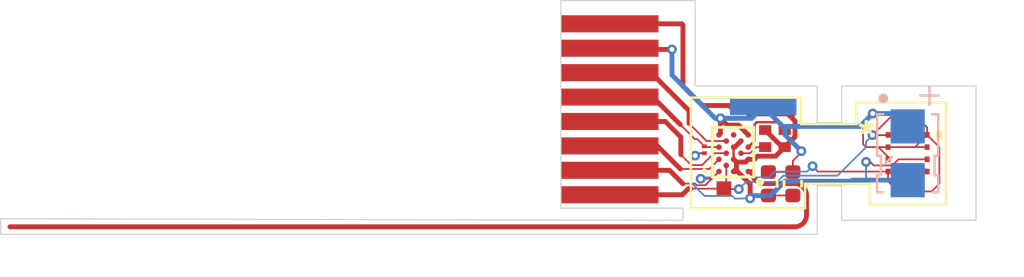
<source format=kicad_pcb>
(kicad_pcb (version 20241229) (generator "pcbnew") (generator_version "9.0")
  (layers (0 "F.Cu" signal) (2 "B.Cu" signal) (13 "F.Paste" user) (15 "B.Paste" user) (5 "F.SilkS" user "F.Silkscreen") (7 "B.SilkS" user "B.Silkscreen") (1 "F.Mask" user) (3 "B.Mask" user) (25 "Edge.Cuts" user))
  (net 0 "")
  (net 1 "/+VE")
  (net 2 "/GND")
  (net 3 "Net-(U1-XTAL32Mp)")
  (net 4 "Net-(J1-Pin_3)")
  (net 5 "Net-(U1-XTAL32Mm)")
  (net 6 "Net-(J1-Pin_2)")
  (net 7 "Net-(J1-Pin_4)")
  (net 8 "Net-(J1-Pin_5)")
  (net 9 "Net-(J1-Pin_6)")
  (net 10 "Net-(J1-Pin_1)")
  (net 11 "Net-(U1-RFIOp)")
  (footprint "LIS2DU12_Library_footprint:LGA-12L_LIS2DU12_STM-L" (layer "F.Cu") (at 144.1999 114.75)
    (property "Reference" "REF**" (hide yes))
    (property "Value" "LGA-12L_LIS2DU12_STM" (hide yes))
    (fp_poly (pts (xy 1.4097 -0.940501) (xy 1.4097 -0.559501) (xy 1.1557 -0.559501) (xy 1.1557 -0.940501)) (fill yes) (layer "F.SilkS") (net 6946862))
    (fp_text user "*" (at -1.6891 -0.75 0) (layer "F.SilkS"))
    (pad "1" smd rect (at -0.8001 -0.750001 90) (size 0.2286 0.2032) (layers "F.Cu" "F.Mask" "F.Paste") (net 10 "Net-(J1-Pin_1)"))
    (pad "2" smd rect (at -0.8001 -0.25 90) (size 0.2286 0.2032) (layers "F.Cu" "F.Mask" "F.Paste") (net 1 "/+VE"))
    (pad "3" smd rect (at -0.8001 0.25 90) (size 0.2286 0.2032) (layers "F.Cu" "F.Mask" "F.Paste") (net 1 "/+VE"))
    (pad "4" smd rect (at -0.8001 0.750001 90) (size 0.2286 0.2032) (layers "F.Cu" "F.Mask" "F.Paste") (net 6 "Net-(J1-Pin_2)"))
    (pad "5" smd rect (at -0.25 0.8001) (size 0.2286 0.2032) (layers "F.Cu" "F.Mask" "F.Paste"))
    (pad "6" smd rect (at 0.25 0.8001) (size 0.2286 0.2032) (layers "F.Cu" "F.Mask" "F.Paste") (net 2 "/GND"))
    (pad "7" smd rect (at 0.8001 0.750001 90) (size 0.2286 0.2032) (layers "F.Cu" "F.Mask" "F.Paste") (net 2 "/GND"))
    (pad "8" smd rect (at 0.8001 0.25 90) (size 0.2286 0.2032) (layers "F.Cu" "F.Mask" "B.Adhes" "F.Paste") (net 2 "/GND"))
    (pad "9" smd rect (at 0.8001 -0.25 90) (size 0.2286 0.2032) (layers "F.Cu" "F.Mask" "F.Paste") (net 1 "/+VE"))
    (pad "10" smd rect (at 0.8001 -0.750001 90) (size 0.2286 0.2032) (layers "F.Cu" "F.Mask" "F.Paste") (net 1 "/+VE"))
    (pad "11" smd rect (at 0.25 -0.8001) (size 0.2286 0.2032) (layers "F.Cu" "F.Mask" "F.Paste"))
    (pad "12" smd rect (at -0.25 -0.8001) (size 0.2286 0.2032) (layers "F.Cu" "F.Mask" "F.Paste"))
  )
  (footprint "Resistor_SMD:R_01005_0402Metric" (layer "F.Cu") (at 144.223063 116.314755)
    (property "Reference" "REF**" (hide yes))
    (property "Value" "R_01005_0402Metric" (hide yes))
    (pad "1" smd roundrect (at -0.25 0) (size 0.4 0.3) (layers "F.Cu" "F.Mask") (net 6 "Net-(J1-Pin_2)"))
    (pad "2" smd roundrect (at 0.25 0) (size 0.4 0.3) (layers "F.Cu" "F.Mask") (net 1 "/+VE"))
  )
  (footprint "Capacitor_SMD:C_0402_1005Metric" (layer "F.Cu") (at 138.5 116 -90)
    (property "Reference" "C1" (hide yes))
    (property "Value" "C" (hide yes))
    (fp_line (start -0.107836 0.36) (end 0.107836 0.36) (stroke (width 0.12)) (layer "F.SilkS") (net 6946862))
    (fp_line (start -0.107836 -0.36) (end 0.107836 -0.36) (stroke (width 0.12)) (layer "F.SilkS") (net 6946862))
    (pad "1" smd roundrect (at -0.48 0 270) (size 0.56 0.62) (layers "F.Cu" "F.Mask" "F.Paste") (net 1 "/+VE"))
    (pad "2" smd roundrect (at 0.48 0 270) (size 0.56 0.62) (layers "F.Cu" "F.Mask" "F.Paste") (net 2 "/GND"))
  )
  (footprint "Library:Crystal_SMD_Abracon_ABM13W-4Pin_1.2x1.0mm" (layer "F.Cu") (at 138.76742 114.149222)
    (property "Reference" "Y1" (hide yes))
    (property "Value" "Crystal_GND24" (hide yes))
    (pad "1" smd rect (at -0.4 0.35) (size 0.5 0.4) (layers "F.Cu" "F.Mask" "F.Paste") (net 3 "Net-(U1-XTAL32Mp)"))
    (pad "2" smd rect (at 0.4 0.35) (size 0.5 0.4) (layers "F.Cu" "F.Mask" "F.Paste") (net 2 "/GND"))
    (pad "3" smd rect (at 0.4 -0.35) (size 0.5 0.4) (layers "F.Cu" "F.Mask" "F.Paste") (net 5 "Net-(U1-XTAL32Mm)"))
    (pad "4" smd rect (at -0.4 -0.35) (size 0.5 0.4) (layers "F.Cu" "F.Mask" "F.Paste") (net 2 "/GND"))
  )
  (footprint "" (layer "F.Cu") (at 137.075 115.9 180)
    (property "Reference" "" (at 0 0 180) (layer "F.SilkS") (effects (font (size 1.27 1.27))))
    (property "Value" "")
    (pad "2" smd rect (at 0.4 -0.3 90) (size 0.6 0.6) (layers "F.Cu" "F.Mask" "F.Paste") (net 10 "Net-(J1-Pin_1)"))
  )
  (footprint "" (layer "F.Cu") (at 138.5 113)
    (property "Reference" "" (at 0 0 0) (layer "F.SilkS") (effects (font (size 1.27 1.27))))
    (property "Value" "")
    (pad "2" smd rect (at 0.1 -0.1 270) (size 0.675 2) (layers "F.Cu" "F.Mask" "F.Paste") (net 2 "/GND"))
  )
  (footprint "Resistor_SMD:R_01005_0402Metric" (layer "F.Cu") (at 144.245667 113.195834)
    (property "Reference" "REF**" (hide yes))
    (property "Value" "R_01005_0402Metric" (hide yes))
    (pad "1" smd roundrect (at -0.25 0) (size 0.4 0.3) (layers "F.Cu" "F.Mask") (net 10 "Net-(J1-Pin_1)"))
    (pad "2" smd roundrect (at 0.25 0) (size 0.4 0.3) (layers "F.Cu" "F.Mask") (net 1 "/+VE"))
  )
  (footprint "KPG-0402SURKKC:KPG-0402SURKKC-TT" (layer "F.Cu") (at 135.878494 114.608141 90)
    (property "Reference" "LED1" (hide yes))
    (property "Value" "LED1" (hide yes))
    (fp_circle (center -0.86 0) (end -0.81 0) (stroke (width 0.1)) (fill no) (layer "F.SilkS") (net 6946862))
    (pad "1" smd roundrect (at -0.14 0 90) (size 0.15 0.2) (layers "F.Cu" "F.Mask") (roundrect_rratio 0.06666666667) (net 2 "/GND"))
    (pad "2" smd roundrect (at 0.14 0 90) (size 0.15 0.2) (layers "F.Cu" "F.Mask") (roundrect_rratio 0.06666666667) (net 8 "Net-(J1-Pin_5)"))
  )
  (footprint "" (layer "F.Cu") (at 138.4 112.5875 180)
    (property "Reference" "" (at 0 0 180) (layer "F.SilkS") (effects (font (size 1.27 1.27))))
    (property "Value" "")
    (pad "2" smd rect (at 0.1125 -0.2625 90) (size 0.675 2.725) (layers "B.Cu" "B.Mask" "B.Paste") (net 1 "/+VE"))
  )
  (footprint "Capacitor_SMD:C_0402_1005Metric" (layer "F.Cu") (at 139.5 116 90)
    (property "Reference" "C1" (hide yes))
    (property "Value" "C" (hide yes))
    (fp_line (start -0.107836 -0.36) (end 0.107836 -0.36) (stroke (width 0.12)) (layer "F.SilkS") (net 6946862))
    (fp_line (start -0.107836 0.36) (end 0.107836 0.36) (stroke (width 0.12)) (layer "F.SilkS") (net 6946862))
    (pad "1" smd roundrect (at -0.48 0 90) (size 0.56 0.62) (layers "F.Cu" "F.Mask" "F.Paste") (net 2 "/GND"))
    (pad "2" smd roundrect (at 0.48 0 90) (size 0.56 0.62) (layers "F.Cu" "F.Mask" "F.Paste") (net 1 "/+VE"))
  )
  (footprint "Library:DA14531_17-ball_WLCSP" (layer "F.Cu") (at 137.053 114.705 180)
    (property "Reference" "U1" (hide yes))
    (property "Value" "DA14531_17-ball_WLCSP" (hide yes))
    (fp_line (start 0.8474 1.0161) (end 0.8474 -1.0161) (stroke (width 0.12)) (layer "F.SilkS") (net 6946862))
    (fp_line (start 0.8474 -1.0161) (end -0.8464 -1.0161) (stroke (width 0.12)) (layer "F.SilkS") (net 6946862))
    (fp_line (start -0.8464 1.0161) (end 0.8474 1.0161) (stroke (width 0.12)) (layer "F.SilkS") (net 6946862))
    (fp_line (start -0.8464 -1.0161) (end -0.8464 1.0161) (stroke (width 0.12)) (layer "F.SilkS") (net 6946862))
    (fp_circle (center -1.1004 -1.2193) (end -1.0242 -1.1431) (stroke (width 0.12)) (fill no) (layer "F.SilkS") (net 6946862))
    (pad "A1" smd circle (at -0.622 -0.795 180) (size 0.227 0.227) (layers "F.Cu" "F.Mask" "F.Paste") (net 11 "Net-(U1-RFIOp)"))
    (pad "A3" smd circle (at -0.022 -0.795 180) (size 0.227 0.227) (layers "F.Cu" "F.Mask" "F.Paste") (net 2 "/GND"))
    (pad "A5" smd circle (at 0.578 -0.795 180) (size 0.227 0.227) (layers "F.Cu" "F.Mask" "F.Paste") (net 6 "Net-(J1-Pin_2)"))
    (pad "B4" smd circle (at 0.278 -0.545 180) (size 0.227 0.227) (layers "F.Cu" "F.Mask" "F.Paste") (net 10 "Net-(J1-Pin_1)"))
    (pad "C1" smd circle (at -0.622 -0.295 180) (size 0.227 0.227) (layers "F.Cu" "F.Mask" "F.Paste") (net 2 "/GND"))
    (pad "C3" smd circle (at -0.022 -0.295 180) (size 0.227 0.227) (layers "F.Cu" "F.Mask" "F.Paste") (net 2 "/GND"))
    (pad "C5" smd circle (at 0.578 -0.295 180) (size 0.227 0.227) (layers "F.Cu" "F.Mask" "F.Paste") (net 4 "Net-(J1-Pin_3)"))
    (pad "D2" smd circle (at -0.322 -0.045 180) (size 0.227 0.227) (layers "F.Cu" "F.Mask" "F.Paste") (net 3 "Net-(U1-XTAL32Mp)"))
    (pad "D4" smd circle (at 0.278 -0.045 180) (size 0.227 0.227) (layers "F.Cu" "F.Mask" "F.Paste") (net 7 "Net-(J1-Pin_4)"))
    (pad "E1" smd circle (at -0.622 0.205 180) (size 0.227 0.227) (layers "F.Cu" "F.Mask" "F.Paste") (net 5 "Net-(U1-XTAL32Mm)"))
    (pad "E3" smd circle (at -0.022 0.205 180) (size 0.227 0.227) (layers "F.Cu" "F.Mask" "F.Paste") (net 2 "/GND"))
    (pad "E5" smd circle (at 0.578 0.205 180) (size 0.227 0.227) (layers "F.Cu" "F.Mask" "F.Paste") (net 8 "Net-(J1-Pin_5)"))
    (pad "F2" smd circle (at -0.322 0.455 180) (size 0.227 0.227) (layers "F.Cu" "F.Mask" "F.Paste") (net 2 "/GND"))
    (pad "F4" smd circle (at 0.278 0.455 180) (size 0.227 0.227) (layers "F.Cu" "F.Mask" "F.Paste") (net 9 "Net-(J1-Pin_6)"))
    (pad "G1" smd circle (at -0.622 0.705 180) (size 0.227 0.227) (layers "F.Cu" "F.Mask" "F.Paste") (net 1 "/+VE"))
    (pad "G3" smd circle (at -0.022 0.705 180) (size 0.227 0.227) (layers "F.Cu" "F.Mask" "F.Paste"))
    (pad "G5" smd circle (at 0.578 0.705 180) (size 0.227 0.227) (layers "F.Cu" "F.Mask" "F.Paste") (net 1 "/+VE"))
  )
  (footprint "Library:FPC_1x08_P1.00mm_plug_3mm" (layer "F.Cu") (at 134 112.95 180)
    (property "Reference" "J1" (hide yes))
    (property "Value" "Conn_01x08_Pin" (hide yes))
    (pad "1" connect rect (at 2 -3.5 180) (size 4 0.7) (layers "F.Cu" "F.Mask") (net 10 "Net-(J1-Pin_1)"))
    (pad "2" connect rect (at 2 -2.5 180) (size 4 0.7) (layers "F.Cu" "F.Mask") (net 6 "Net-(J1-Pin_2)"))
    (pad "3" connect rect (at 2 -1.5 180) (size 4 0.7) (layers "F.Cu" "F.Mask") (net 4 "Net-(J1-Pin_3)"))
    (pad "4" connect rect (at 2 -0.5 180) (size 4 0.7) (layers "F.Cu" "F.Mask") (net 7 "Net-(J1-Pin_4)"))
    (pad "5" connect rect (at 2 0.5 180) (size 4 0.7) (layers "F.Cu" "F.Mask") (net 8 "Net-(J1-Pin_5)"))
    (pad "6" connect rect (at 2 1.5 180) (size 4 0.7) (layers "F.Cu" "F.Mask") (net 9 "Net-(J1-Pin_6)"))
    (pad "7" connect rect (at 2 2.5 180) (size 4 0.7) (layers "F.Cu" "F.Mask") (net 1 "/+VE"))
    (pad "8" connect rect (at 2 3.5 180) (size 4 0.7) (layers "F.Cu" "F.Mask") (net 2 "/GND"))
  )
  (footprint "BeeTracking:CAPCP3225X100N_improved" (layer "B.Cu") (at 144.204268 114.751905 -90)
    (property "Reference" "REF**" (hide yes))
    (property "Value" "CAPCP3225X100N_improved")
    (fp_line (start -1.6 1.25) (end -1.6 1) (stroke (width 0.1)) (layer "B.SilkS"))
    (fp_line (start 0.1 1.25) (end -1.6 1.25) (stroke (width 0.1)) (layer "B.SilkS"))
    (fp_line (start 0.9 1.25) (end 0.9 1.1) (stroke (width 0.1)) (layer "B.SilkS"))
    (fp_line (start 1.6 1.25) (end 0.9 1.25) (stroke (width 0.1)) (layer "B.SilkS"))
    (fp_line (start 0.1 1.1) (end 0.1 1.25) (stroke (width 0.1)) (layer "B.SilkS"))
    (fp_line (start 0.9 1.1) (end 0.1 1.1) (stroke (width 0.1)) (layer "B.SilkS"))
    (fp_line (start 1.6 1) (end 1.6 1.25) (stroke (width 0.1)) (layer "B.SilkS"))
    (fp_line (start 0.45 0.95) (end 0.15 0.65) (stroke (width 0.1)) (layer "B.SilkS"))
    (fp_line (start 1.6 -1) (end 1.6 -1.25) (stroke (width 0.1)) (layer "B.SilkS"))
    (fp_line (start 0.1 -1.1) (end 0.1 -1.25) (stroke (width 0.1)) (layer "B.SilkS"))
    (fp_line (start 0.9 -1.1) (end 0.1 -1.1) (stroke (width 0.1)) (layer "B.SilkS"))
    (fp_line (start -1.6 -1.25) (end -1.6 -1) (stroke (width 0.1)) (layer "B.SilkS"))
    (fp_line (start 0.1 -1.25) (end -1.6 -1.25) (stroke (width 0.1)) (layer "B.SilkS"))
    (fp_line (start 0.9 -1.25) (end 0.9 -1.1) (stroke (width 0.1)) (layer "B.SilkS"))
    (fp_line (start 1.6 -1.25) (end 0.9 -1.25) (stroke (width 0.1)) (layer "B.SilkS"))
    (fp_circle (center -2.25 1) (end -2.15 1) (stroke (width 0.2)) (fill no) (layer "B.SilkS"))
    (fp_text user "+" (at -3.05 -1.4 90) (layer "B.SilkS") (effects (font (thickness 0.1)) (justify left bottom mirror)))
    (pad "1" smd rect (at -1.1 0 90) (size 1.4 1.4) (layers "B.Cu" "B.Mask" "B.Paste") (net 1 "/+VE"))
    (pad "2" smd rect (at 1.1 0 90) (size 1.4 1.4) (layers "B.Cu" "B.Mask" "B.Paste") (net 2 "/GND"))
  )
  (gr_arc (start 138.305223 115.987421) (mid 137.962521 115.844622) (end 137.822616 115.500729) (stroke (width 0.2)) (layer "F.Cu") (net 11))
  (gr_arc (start 139.579016 115.989634) (mid 139.921718 116.132433) (end 140.061623 116.476326) (stroke (width 0.2)) (layer "F.Cu") (net 11))
  (gr_arc (start 140.060827 117.279506) (mid 139.918028 117.622208) (end 139.574135 117.762113) (stroke (width 0.2)) (layer "F.Cu") (net 11))
  (gr_line (start 140.5 113.558312) (end 139.841072 113.558312) (stroke (width 0.1)) (layer "F.SilkS"))
  (gr_line (start 142.647178 116) (end 142 116) (stroke (width 0.1)) (layer "F.SilkS"))
  (gr_line (start 142 113.558312) (end 142.113276 113.558312) (stroke (width 0.1)) (layer "F.SilkS"))
  (gr_line (start 135.323352 117) (end 140 117) (stroke (width 0.1)) (layer "F.SilkS"))
  (gr_line (start 142 116) (end 140.5 116) (stroke (width 0.1)) (layer "F.SilkS"))
  (gr_line (start 141.515527 113.558312) (end 142 113.558312) (stroke (width 0.1)) (layer "F.SilkS"))
  (gr_line (start 139.841072 113.558312) (end 139.841072 112.473722) (stroke (width 0.1)) (layer "F.SilkS"))
  (gr_line (start 145.767472 112.67376) (end 145.767472 116.849062) (stroke (width 0.1)) (layer "F.SilkS"))
  (gr_line (start 142.113276 113.558312) (end 142.113276 112.67376) (stroke (width 0.1)) (layer "F.SilkS"))
  (gr_line (start 142.647178 116.849062) (end 142.647178 116) (stroke (width 0.1)) (layer "F.SilkS"))
  (gr_line (start 140 116) (end 140.5 116) (stroke (width 0.1)) (layer "F.SilkS"))
  (gr_line (start 142.113276 112.67376) (end 145.767472 112.67376) (stroke (width 0.1)) (layer "F.SilkS"))
  (gr_line (start 135.323352 112.473722) (end 135.323352 117) (stroke (width 0.1)) (layer "F.SilkS"))
  (gr_line (start 140 117) (end 140 116) (stroke (width 0.1)) (layer "F.SilkS"))
  (gr_line (start 139.841072 112.473722) (end 135.323352 112.473722) (stroke (width 0.1)) (layer "F.SilkS"))
  (gr_line (start 145.767472 116.849062) (end 142.647178 116.849062) (stroke (width 0.1)) (layer "F.SilkS"))
  (gr_line (start 140.5 113.558312) (end 141.515527 113.558312) (stroke (width 0.1)) (layer "F.SilkS"))
  (gr_line (start 141.5 117.5) (end 141.5 116.079636) (stroke (width 0.05)) (layer "Edge.Cuts"))
  (gr_line (start 138.94685 118.073093) (end 140.5 118.073093) (stroke (width 0.05)) (layer "Edge.Cuts"))
  (gr_line (start 107.05685 118.073093) (end 107.05685 117.433093) (stroke (width 0.05)) (layer "Edge.Cuts"))
  (gr_line (start 135.5 112) (end 140.5 112) (stroke (width 0.05)) (layer "Edge.Cuts"))
  (gr_line (start 140.5 113.5) (end 141.5 113.5) (stroke (width 0.05)) (layer "Edge.Cuts"))
  (gr_line (start 140.5 112) (end 140.5 113.5) (stroke (width 0.05)) (layer "Edge.Cuts"))
  (gr_line (start 140.5 116.079636) (end 140.5 117.5) (stroke (width 0.05)) (layer "Edge.Cuts"))
  (gr_line (start 147 117.5) (end 141.5 117.5) (stroke (width 0.05)) (layer "Edge.Cuts"))
  (gr_line (start 134.5 108.5) (end 135.5 108.5) (stroke (width 0.05)) (layer "Edge.Cuts"))
  (gr_line (start 130 108.5) (end 134.5 108.5) (stroke (width 0.05)) (layer "Edge.Cuts"))
  (gr_line (start 130 117) (end 135 117) (stroke (width 0.05)) (layer "Edge.Cuts"))
  (gr_line (start 141.5 116.079636) (end 140.5 116.079636) (stroke (width 0.05)) (layer "Edge.Cuts"))
  (gr_line (start 141.5 112) (end 147 112) (stroke (width 0.05)) (layer "Edge.Cuts"))
  (gr_line (start 135.5 108.5) (end 135.5 112) (stroke (width 0.05)) (layer "Edge.Cuts"))
  (gr_line (start 135 117) (end 135 117.5) (stroke (width 0.05)) (layer "Edge.Cuts"))
  (gr_line (start 140.5 118.073093) (end 140.5 117.5) (stroke (width 0.05)) (layer "Edge.Cuts"))
  (gr_line (start 141.5 113.5) (end 141.5 112) (stroke (width 0.05)) (layer "Edge.Cuts"))
  (gr_line (start 135 117.5) (end 107.05685 117.433093) (stroke (width 0.05)) (layer "Edge.Cuts"))
  (gr_line (start 147 112) (end 147 117.5) (stroke (width 0.05)) (layer "Edge.Cuts"))
  (gr_line (start 130 108.5) (end 130 117) (stroke (width 0.05)) (layer "Edge.Cuts"))
  (gr_line (start 138.94685 118.073093) (end 107.05685 118.073093) (stroke (width 0.05)) (layer "Edge.Cuts"))
  (segment (start 143.3998 114.8998) (end 143 114.5) (width 0.07) (layer "F.Cu") (net 1))
  (segment (start 136.534973 113.940027) (end 136.475 114) (width 0.2) (layer "F.Cu") (net 1))
  (segment (start 134.55 110.5) (end 131.5 110.5) (width 0.2) (layer "F.Cu") (net 1))
  (segment (start 145 113.700167) (end 144.495667 113.195834) (width 0.07) (layer "F.Cu") (net 1))
  (segment (start 137.275 113.6) (end 136.814761 113.6) (width 0.2) (layer "F.Cu") (net 1))
  (segment (start 142.5 114.5) (end 143 114.5) (width 0.07) (layer "F.Cu") (net 1))
  (segment (start 143.3998 115) (end 143.3998 114.8998) (width 0.07) (layer "F.Cu") (net 1))
  (segment (start 144.473063 116.314755) (end 145.185245 116.314755) (width 0.07) (layer "F.Cu") (net 1))
  (segment (start 139.5 115.52) (end 139.5 115.061596) (width 0.07) (layer "F.Cu") (net 1))
  (segment (start 142.5 114.5) (end 142.378427 114.378427) (width 0.07) (layer "F.Cu") (net 1))
  (segment (start 139.5 115.52) (end 138.5 115.52) (width 0.07) (layer "F.Cu") (net 1))
  (segment (start 145 114.5) (end 144.5 114.5) (width 0.07) (layer "F.Cu") (net 1))
  (segment (start 144.5 114.5) (end 143.3998 114.5) (width 0.07) (layer "F.Cu") (net 1))
  (segment (start 142.378427 113.520712) (end 142.774695 113.124444) (width 0.07) (layer "F.Cu") (net 1))
  (segment (start 145 113.999999) (end 144.5 114.5) (width 0.07) (layer "F.Cu") (net 1))
  (segment (start 136.534973 113.320212) (end 136.534973 113.940027) (width 0.2) (layer "F.Cu") (net 1))
  (segment (start 139.846469 114.665531) (end 139.846469 114.715127) (width 0.07) (layer "F.Cu") (net 1))
  (segment (start 137.675 114) (end 137.275 113.6) (width 0.2) (layer "F.Cu") (net 1))
  (segment (start 136.814761 113.6) (end 136.534973 113.320212) (width 0.2) (layer "F.Cu") (net 1))
  (segment (start 145 113.999999) (end 145 113.700167) (width 0.07) (layer "F.Cu") (net 1))
  (segment (start 143 114.5) (end 143.3998 114.5) (width 0.07) (layer "F.Cu") (net 1))
  (segment (start 145.5 116) (end 145.5 114.5) (width 0.07) (layer "F.Cu") (net 1))
  (segment (start 145.5 114.5) (end 145 113.999999) (width 0.07) (layer "F.Cu") (net 1))
  (segment (start 145.185245 116.314755) (end 145.5 116) (width 0.07) (layer "F.Cu") (net 1))
  (segment (start 139.846469 114.715127) (end 139.5 115.061596) (width 0.07) (layer "F.Cu") (net 1))
  (segment (start 142.378427 114.378427) (end 142.378427 113.520712) (width 0.07) (layer "F.Cu") (net 1))
  (via (at 142.774695 113.124444) (size 0.4) (drill 0.2) (layers "F.Cu" "B.Cu") (net 1))
  (via (at 139.846469 114.665531) (size 0.4) (drill 0.2) (layers "F.Cu" "B.Cu") (net 1))
  (via (at 134.55 110.5) (size 0.4) (drill 0.2) (layers "F.Cu" "B.Cu") (net 1))
  (via (at 136.534973 113.320212) (size 0.4) (drill 0.2) (layers "F.Cu" "B.Cu") (net 1))
  (segment (start 139.180938 114) (end 139.846469 114.665531) (width 0.2) (layer "B.Cu") (net 1))
  (segment (start 142.247234 113.651905) (end 139.089405 113.651905) (width 0.2) (layer "B.Cu") (net 1))
  (segment (start 142.774695 113.124444) (end 143.676807 113.124444) (width 0.2) (layer "B.Cu") (net 1))
  (segment (start 142.774695 113.124444) (end 142.247234 113.651905) (width 0.2) (layer "B.Cu") (net 1))
  (segment (start 139.180938 114) (end 139.180938 113.743438) (width 0.2) (layer "B.Cu") (net 1))
  (segment (start 136.534973 113.320212) (end 137.817288 113.320212) (width 0.2) (layer "B.Cu") (net 1))
  (segment (start 134.55 110.5) (end 134.55 111.55) (width 0.2) (layer "B.Cu") (net 1))
  (segment (start 139.180938 113.743438) (end 139.089405 113.651905) (width 0.2) (layer "B.Cu") (net 1))
  (segment (start 143.676807 113.124444) (end 144.204268 113.651905) (width 0.2) (layer "B.Cu") (net 1))
  (segment (start 138.2875 112.85) (end 139.089405 113.651905) (width 0.2) (layer "B.Cu") (net 1))
  (segment (start 136.534973 113.320212) (end 136.320212 113.320212) (width 0.2) (layer "B.Cu") (net 1))
  (segment (start 136.320212 113.320212) (end 134.55 111.55) (width 0.2) (layer "B.Cu") (net 1))
  (segment (start 137.817288 113.320212) (end 138.2875 112.85) (width 0.2) (layer "B.Cu") (net 1))
  (segment (start 137.1885 115.1135) (end 137.1885 115.3865) (width 0.2) (layer "F.Cu") (net 2))
  (segment (start 139.5 116.48) (end 139.5 116.5) (width 0.07) (layer "F.Cu") (net 2))
  (segment (start 138.6 112.9) (end 139.4 112.9) (width 0.2) (layer "F.Cu") (net 2))
  (segment (start 142.5 115.104588) (end 142.668278 115.104588) (width 0.07) (layer "F.Cu") (net 2))
  (segment (start 144.148208 115.248408) (end 143.577104 115.248408) (width 0.07) (layer "F.Cu") (net 2))
  (segment (start 137.753005 116.599061) (end 137.872066 116.48) (width 0.07) (layer "F.Cu") (net 2))
  (segment (start 142.668278 115.104588) (end 142.813723 115.250033) (width 0.07) (layer "F.Cu") (net 2))
  (segment (start 139.16742 114.499222) (end 139.06742 114.499222) (width 0.2) (layer "F.Cu") (net 2))
  (segment (start 137.235513 115.5) (end 137.753005 116.017492) (width 0.2) (layer "F.Cu") (net 2))
  (segment (start 136.994955 112.9) (end 138.6 112.9) (width 0.2) (layer "F.Cu") (net 2))
  (segment (start 137.925 115) (end 138.053019 114.871981) (width 0.2) (layer "F.Cu") (net 2))
  (segment (start 143.249967 115.250033) (end 143.251592 115.248408) (width 0.07) (layer "F.Cu") (net 2))
  (segment (start 137.125 114.5) (end 137.375 114.25) (width 0.2) (layer "F.Cu") (net 2))
  (segment (start 132 109.45) (end 134.95 109.45) (width 0.2) (layer "F.Cu") (net 2))
  (segment (start 137.5615 115.1135) (end 137.675 115) (width 0.2) (layer "F.Cu") (net 2))
  (segment (start 137.075 115) (end 137.075 114.5) (width 0.1) (layer "F.Cu") (net 2))
  (segment (start 134.95 109.45) (end 135 109.5) (width 0.2) (layer "F.Cu") (net 2))
  (segment (start 137.1885 115.3865) (end 137.075 115.5) (width 0.2) (layer "F.Cu") (net 2))
  (segment (start 143.825512 115) (end 143.577104 115.248408) (width 0.07) (layer "F.Cu") (net 2))
  (segment (start 135 109.5) (end 135 112) (width 0.2) (layer "F.Cu") (net 2))
  (segment (start 135 112) (end 135.795576 112.795576) (width 0.2) (layer "F.Cu") (net 2))
  (segment (start 139.16742 114.499222) (end 139.58842 114.078222) (width 0.2) (layer "F.Cu") (net 2))
  (segment (start 139.58842 113.428222) (end 139.060198 112.9) (width 0.2) (layer "F.Cu") (net 2))
  (segment (start 139.5 116.48) (end 138.5 116.48) (width 0.07) (layer "F.Cu") (net 2))
  (segment (start 137.075 115) (end 137.1885 115.1135) (width 0.2) (layer "F.Cu") (net 2))
  (segment (start 145 115.500001) (end 144.748408 115.248408) (width 0.07) (layer "F.Cu") (net 2))
  (segment (start 139.060198 112.9) (end 138.6 112.9) (width 0.2) (layer "F.Cu") (net 2))
  (segment (start 137.753005 116.017492) (end 137.753005 116.599061) (width 0.2) (layer "F.Cu") (net 2))
  (segment (start 137.872066 116.48) (end 138.5 116.48) (width 0.07) (layer "F.Cu") (net 2))
  (segment (start 137.1885 115.1135) (end 137.5615 115.1135) (width 0.2) (layer "F.Cu") (net 2))
  (segment (start 144.4499 115.5501) (end 144.148208 115.248408) (width 0.07) (layer "F.Cu") (net 2))
  (segment (start 135.878494 114.748141) (end 135.601859 114.748141) (width 0.07) (layer "F.Cu") (net 2))
  (segment (start 145 115) (end 143.825512 115) (width 0.07) (layer "F.Cu") (net 2))
  (segment (start 138.6 112.9) (end 139.4165 112.9) (width 0.07) (layer "F.Cu") (net 2))
  (segment (start 136.890531 112.795576) (end 136.994955 112.9) (width 0.2) (layer "F.Cu") (net 2))
  (segment (start 139.58842 114.078222) (end 139.58842 113.428222) (width 0.2) (layer "F.Cu") (net 2))
  (segment (start 143.251592 115.248408) (end 143.577104 115.248408) (width 0.07) (layer "F.Cu") (net 2))
  (segment (start 142.813723 115.250033) (end 143.249967 115.250033) (width 0.07) (layer "F.Cu") (net 2))
  (segment (start 137.675 115) (end 137.925 115) (width 0.2) (layer "F.Cu") (net 2))
  (segment (start 135.601859 114.748141) (end 135.5 114.85) (width 0.07) (layer "F.Cu") (net 2))
  (segment (start 144.748408 115.248408) (end 144.148208 115.248408) (width 0.07) (layer "F.Cu") (net 2))
  (segment (start 139.06742 114.499222) (end 138.36742 113.799222) (width 0.2) (layer "F.Cu") (net 2))
  (segment (start 137.075 114.5) (end 137.125 114.5) (width 0.2) (layer "F.Cu") (net 2))
  (segment (start 138.794661 114.871981) (end 139.16742 114.499222) (width 0.2) (layer "F.Cu") (net 2))
  (segment (start 137.075 115.5) (end 137.235513 115.5) (width 0.2) (layer "F.Cu") (net 2))
  (segment (start 135.795576 112.795576) (end 136.890531 112.795576) (width 0.2) (layer "F.Cu") (net 2))
  (segment (start 138.053019 114.871981) (end 138.794661 114.871981) (width 0.2) (layer "F.Cu") (net 2))
  (via (at 142.5 115.104588) (size 0.4) (drill 0.2) (layers "F.Cu" "B.Cu") (net 2))
  (via (at 135.5 114.85) (size 0.4) (drill 0.2) (layers "F.Cu" "B.Cu") (net 2))
  (via (at 137.753005 116.599061) (size 0.4) (drill 0.2) (layers "F.Cu" "B.Cu") (net 2))
  (segment (start 137.454178 116.599061) (end 137.44734 116.605899) (width 0.07) (layer "B.Cu") (net 2))
  (segment (start 135.338656 115.011344) (end 135.5 114.85) (width 0.07) (layer "B.Cu") (net 2))
  (segment (start 138.584629 116.486084) (end 139.171713 115.899) (width 0.2) (layer "B.Cu") (net 2))
  (segment (start 135.882597 116.5) (end 135.338656 115.956059) (width 0.07) (layer "B.Cu") (net 2))
  (segment (start 137.865982 116.486084) (end 137.753005 116.599061) (width 0.2) (layer "B.Cu") (net 2))
  (segment (start 139.171713 115.899) (end 141.899 115.899) (width 0.2) (layer "B.Cu") (net 2))
  (segment (start 137.021667 116.5) (end 135.882597 116.5) (width 0.07) (layer "B.Cu") (net 2))
  (segment (start 142.5 115.851905) (end 144.204268 115.851905) (width 0.2) (layer "B.Cu") (net 2))
  (segment (start 137.127566 116.605899) (end 137.021667 116.5) (width 0.07) (layer "B.Cu") (net 2))
  (segment (start 137.44734 116.605899) (end 137.127566 116.605899) (width 0.07) (layer "B.Cu") (net 2))
  (segment (start 141.899 115.899) (end 141.946095 115.851905) (width 0.2) (layer "B.Cu") (net 2))
  (segment (start 142.5 115.851905) (end 142.5 115.104588) (width 0.07) (layer "B.Cu") (net 2))
  (segment (start 138.584629 116.486084) (end 137.865982 116.486084) (width 0.2) (layer "B.Cu") (net 2))
  (segment (start 137.753005 116.599061) (end 137.454178 116.599061) (width 0.07) (layer "B.Cu") (net 2))
  (segment (start 141.946095 115.851905) (end 142.5 115.851905) (width 0.2) (layer "B.Cu") (net 2))
  (segment (start 135.338656 115.956059) (end 135.338656 115.011344) (width 0.07) (layer "B.Cu") (net 2))
  (segment (start 137.375 114.75) (end 137.75 114.75) (width 0.07) (layer "F.Cu") (net 3))
  (segment (start 137.75 114.75) (end 138.000778 114.499222) (width 0.07) (layer "F.Cu") (net 3))
  (segment (start 138.000778 114.499222) (end 138.36742 114.499222) (width 0.07) (layer "F.Cu") (net 3))
  (segment (start 133.95 114.45) (end 134.89565 115.39565) (width 0.2) (layer "F.Cu") (net 4))
  (segment (start 132 114.45) (end 133.95 114.45) (width 0.2) (layer "F.Cu") (net 4))
  (segment (start 136.07935 115.39565) (end 134.89565 115.39565) (width 0.07) (layer "F.Cu") (net 4))
  (segment (start 136.475 115) (end 136.07935 115.39565) (width 0.07) (layer "F.Cu") (net 4))
  (segment (start 138.021 113.479) (end 138.979 113.479) (width 0.1) (layer "F.Cu") (net 5))
  (segment (start 137.675 114.5) (end 137.932124 114.242876) (width 0.1) (layer "F.Cu") (net 5))
  (segment (start 138.979 113.479) (end 139.3 113.8) (width 0.1) (layer "F.Cu") (net 5))
  (segment (start 137.932124 113.567876) (end 138.021 113.479) (width 0.1) (layer "F.Cu") (net 5))
  (segment (start 137.932124 114.242876) (end 137.932124 113.567876) (width 0.1) (layer "F.Cu") (net 5))
  (segment (start 143.3998 115.500001) (end 140.530174 115.500001) (width 0.07) (layer "F.Cu") (net 6))
  (segment (start 143.973063 116.314755) (end 143.814755 116.314755) (width 0.07) (layer "F.Cu") (net 6))
  (segment (start 135.494 115.994) (end 135.559 116.059) (width 0.07) (layer "F.Cu") (net 6))
  (segment (start 135.006 115.994) (end 135.494 115.994) (width 0.07) (layer "F.Cu") (net 6))
  (segment (start 134.45 115.45) (end 132 115.45) (width 0.2) (layer "F.Cu") (net 6))
  (segment (start 140.530174 115.500001) (end 140.309284 115.279111) (width 0.07) (layer "F.Cu") (net 6))
  (segment (start 143.3998 115.8998) (end 143.3998 115.500001) (width 0.07) (layer "F.Cu") (net 6))
  (segment (start 136.178828 115.796172) (end 135.724656 115.796172) (width 0.07) (layer "F.Cu") (net 6))
  (segment (start 135 116) (end 135.006 115.994) (width 0.07) (layer "F.Cu") (net 6))
  (segment (start 135.916 116.059) (end 136.475 115.5) (width 0.07) (layer "F.Cu") (net 6))
  (segment (start 135.559 116.059) (end 135.916 116.059) (width 0.07) (layer "F.Cu") (net 6))
  (segment (start 143.814755 116.314755) (end 143.3998 115.8998) (width 0.07) (layer "F.Cu") (net 6))
  (segment (start 135 116) (end 134.45 115.45) (width 0.2) (layer "F.Cu") (net 6))
  (segment (start 136.475 115.5) (end 136.178828 115.796172) (width 0.07) (layer "F.Cu") (net 6))
  (via (at 140.309284 115.279111) (size 0.4) (drill 0.2) (layers "F.Cu" "B.Cu") (net 6))
  (via (at 135.724656 115.796172) (size 0.4) (drill 0.2) (layers "F.Cu" "B.Cu") (net 6))
  (segment (start 135.724656 115.796172) (end 135.781061 115.739767) (width 0.07) (layer "B.Cu") (net 6))
  (segment (start 138.739768 115.513654) (end 138.739768 115.5) (width 0.07) (layer "B.Cu") (net 6))
  (segment (start 138.513655 115.739767) (end 138.739768 115.513654) (width 0.07) (layer "B.Cu") (net 6))
  (segment (start 135.781061 115.739767) (end 138.513655 115.739767) (width 0.07) (layer "B.Cu") (net 6))
  (segment (start 140.088395 115.5) (end 140.309284 115.279111) (width 0.07) (layer "B.Cu") (net 6))
  (segment (start 138.739768 115.5) (end 140.088395 115.5) (width 0.07) (layer "B.Cu") (net 6))
  (segment (start 135.784887 115.236) (end 135.340113 115.236) (width 0.07) (layer "F.Cu") (net 7))
  (segment (start 136.7435 114.7815) (end 136.775 114.75) (width 0.07) (layer "F.Cu") (net 7))
  (segment (start 136.270887 114.75) (end 135.802887 115.218) (width 0.07) (layer "F.Cu") (net 7))
  (segment (start 134.912798 114.808685) (end 134.912798 114.087202) (width 0.2) (layer "F.Cu") (net 7))
  (segment (start 135.802887 115.218) (end 135.784887 115.236) (width 0.07) (layer "F.Cu") (net 7))
  (segment (start 136.775 114.75) (end 136.297738 114.75) (width 0.07) (layer "F.Cu") (net 7))
  (segment (start 135.340113 115.236) (end 134.912798 114.808685) (width 0.07) (layer "F.Cu") (net 7))
  (segment (start 134.275596 113.45) (end 132 113.45) (width 0.2) (layer "F.Cu") (net 7))
  (segment (start 134.912798 114.087202) (end 134.275596 113.45) (width 0.2) (layer "F.Cu") (net 7))
  (segment (start 136.297738 114.75) (end 136.270887 114.75) (width 0.07) (layer "F.Cu") (net 7))
  (segment (start 133.766152 112.45) (end 132 112.45) (width 0.2) (layer "F.Cu") (net 8))
  (segment (start 134.892696 113.576544) (end 135.485152 114.169) (width 0.07) (layer "F.Cu") (net 8))
  (segment (start 134.892696 113.576544) (end 133.766152 112.45) (width 0.2) (layer "F.Cu") (net 8))
  (segment (start 135.579353 114.169) (end 135.878494 114.468141) (width 0.07) (layer "F.Cu") (net 8))
  (segment (start 135.485152 114.169) (end 135.579353 114.169) (width 0.07) (layer "F.Cu") (net 8))
  (segment (start 135.962912 114.5) (end 136.475 114.5) (width 0.07) (layer "F.Cu") (net 8))
  (segment (start 135.808933 114.090138) (end 135.248706 113.529911) (width 0.07) (layer "F.Cu") (net 9))
  (segment (start 135.808933 114.092435) (end 135.808933 114.090138) (width 0.07) (layer "F.Cu") (net 9))
  (segment (start 135.966498 114.25) (end 135.808933 114.092435) (width 0.07) (layer "F.Cu") (net 9))
  (segment (start 135.248706 113.529911) (end 135.248706 113.006706) (width 0.2) (layer "F.Cu") (net 9))
  (segment (start 136.775 114.25) (end 135.966498 114.25) (width 0.07) (layer "F.Cu") (net 9))
  (segment (start 135.248706 113.006706) (end 133.692 111.45) (width 0.2) (layer "F.Cu") (net 9))
  (segment (start 133.692 111.45) (end 132 111.45) (width 0.2) (layer "F.Cu") (net 9))
  (segment (start 142.764427 114.010614) (end 143.389185 114.010614) (width 0.07) (layer "F.Cu") (net 10))
  (segment (start 142.764427 114.010614) (end 143.579207 113.195834) (width 0.07) (layer "F.Cu") (net 10))
  (segment (start 134.95 116.45) (end 132 116.45) (width 0.2) (layer "F.Cu") (net 10))
  (segment (start 143.389185 114.010614) (end 143.3998 113.999999) (width 0.07) (layer "F.Cu") (net 10))
  (segment (start 136.775 115.25) (end 136.775 116) (width 0.07) (layer "F.Cu") (net 10))
  (segment (start 136.694899 116.219899) (end 136.675 116.2) (width 0.07) (layer "F.Cu") (net 10))
  (segment (start 135.225 116.2) (end 134.975 116.45) (width 0.2) (layer "F.Cu") (net 10))
  (segment (start 143.579207 113.195834) (end 143.995667 113.195834) (width 0.07) (layer "F.Cu") (net 10))
  (segment (start 135.325 116.2) (end 135.225 116.2) (width 0.2) (layer "F.Cu") (net 10))
  (segment (start 136.775 116) (end 136.675 116.1) (width 0.07) (layer "F.Cu") (net 10))
  (segment (start 135.325 116.2) (end 136.675 116.2) (width 0.07) (layer "F.Cu") (net 10))
  (segment (start 137.287453 116.219899) (end 136.694899 116.219899) (width 0.07) (layer "F.Cu") (net 10))
  (segment (start 132.25 116.2) (end 132 116.45) (width 0.07) (layer "F.Cu") (net 10))
  (via (at 137.287453 116.219899) (size 0.4) (drill 0.2) (layers "F.Cu" "B.Cu") (net 10))
  (via (at 142.764427 114.010614) (size 0.4) (drill 0.2) (layers "F.Cu" "B.Cu") (net 10))
  (segment (start 142.497241 114.502759) (end 142.497241 114.490834) (width 0.07) (layer "B.Cu") (net 10))
  (segment (start 137.582303 115.925049) (end 138.854336 115.925049) (width 0.07) (layer "B.Cu") (net 10))
  (segment (start 141.332224 115.667776) (end 142.497241 114.502759) (width 0.07) (layer "B.Cu") (net 10))
  (segment (start 139.111609 115.667776) (end 141.332224 115.667776) (width 0.07) (layer "B.Cu") (net 10))
  (segment (start 137.287453 116.219899) (end 137.582303 115.925049) (width 0.07) (layer "B.Cu") (net 10))
  (segment (start 142.5 114.488075) (end 142.5 114.275041) (width 0.07) (layer "B.Cu") (net 10))
  (segment (start 138.854336 115.925049) (end 139.111609 115.667776) (width 0.07) (layer "B.Cu") (net 10))
  (segment (start 142.5 114.275041) (end 142.764427 114.010614) (width 0.07) (layer "B.Cu") (net 10))
  (segment (start 142.497241 114.490834) (end 142.5 114.488075) (width 0.07) (layer "B.Cu") (net 10))
  (segment (start 138.307436 115.989634) (end 138.305223 115.987421) (width 0.2) (layer "F.Cu") (net 11))
  (segment (start 140.060827 117.279506) (end 140.060827 116.477122) (width 0.2) (layer "F.Cu") (net 11))
  (segment (start 139.579016 115.989634) (end 138.307436 115.989634) (width 0.2) (layer "F.Cu") (net 11))
  (segment (start 139.554152 117.762208) (end 107.440827 117.762208) (width 0.2) (layer "F.Cu") (net 11))
  (segment (start 140.060827 116.477122) (end 140.061623 116.476326) (width 0.2) (layer "F.Cu") (net 11))
)
</source>
